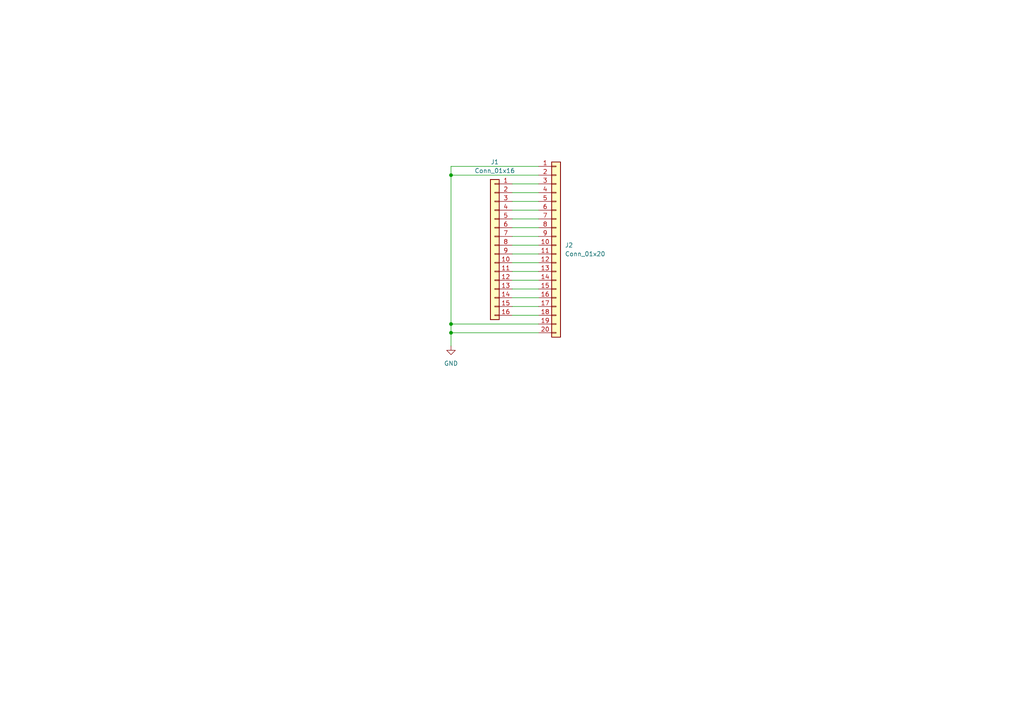
<source format=kicad_sch>
(kicad_sch (version 20211123) (generator eeschema)
  (paper "A4")
  (lib_symbols
    (symbol "Connector_Generic:Conn_01x16" (pin_names (offset 1.016) hide)
      (property "Reference" "J" (at 0 20.32 0))
      (property "Value" "Conn_01x16" (at 0 -22.86 0))
      (symbol "Conn_01x16_1_1"
        (rectangle (start -1.27 -20.193) (end 0 -20.447) (stroke (width 0.1524)))
        (rectangle (start -1.27 -17.653) (end 0 -17.907) (stroke (width 0.1524)))
        (rectangle (start -1.27 -15.113) (end 0 -15.367) (stroke (width 0.1524)))
        (rectangle (start -1.27 -12.573) (end 0 -12.827) (stroke (width 0.1524)))
        (rectangle (start -1.27 -10.033) (end 0 -10.287) (stroke (width 0.1524)))
        (rectangle (start -1.27 -7.493) (end 0 -7.747) (stroke (width 0.1524)))
        (rectangle (start -1.27 -4.953) (end 0 -5.207) (stroke (width 0.1524)))
        (rectangle (start -1.27 -2.413) (end 0 -2.667) (stroke (width 0.1524)))
        (rectangle (start -1.27 0.127) (end 0 -0.127) (stroke (width 0.1524)))
        (rectangle (start -1.27 2.667) (end 0 2.413) (stroke (width 0.1524)))
        (rectangle (start -1.27 5.207) (end 0 4.953) (stroke (width 0.1524)))
        (rectangle (start -1.27 7.747) (end 0 7.493) (stroke (width 0.1524)))
        (rectangle (start -1.27 10.287) (end 0 10.033) (stroke (width 0.1524)))
        (rectangle (start -1.27 12.827) (end 0 12.573) (stroke (width 0.1524)))
        (rectangle (start -1.27 15.367) (end 0 15.113) (stroke (width 0.1524)))
        (rectangle (start -1.27 17.907) (end 0 17.653) (stroke (width 0.1524)))
        (rectangle (start -1.27 19.05) (end 1.27 -21.59) (stroke (width 0.254)) (fill (type background)))
        (pin passive line (at -5.08 17.78 0) (length 3.81) (name "Pin_1") (number "1"))
        (pin passive line (at -5.08 -5.08 0) (length 3.81) (name "Pin_10") (number "10"))
        (pin passive line (at -5.08 -7.62 0) (length 3.81) (name "Pin_11") (number "11"))
        (pin passive line (at -5.08 -10.16 0) (length 3.81) (name "Pin_12") (number "12"))
        (pin passive line (at -5.08 -12.7 0) (length 3.81) (name "Pin_13") (number "13"))
        (pin passive line (at -5.08 -15.24 0) (length 3.81) (name "Pin_14") (number "14"))
        (pin passive line (at -5.08 -17.78 0) (length 3.81) (name "Pin_15") (number "15"))
        (pin passive line (at -5.08 -20.32 0) (length 3.81) (name "Pin_16") (number "16"))
        (pin passive line (at -5.08 15.24 0) (length 3.81) (name "Pin_2") (number "2"))
        (pin passive line (at -5.08 12.7 0) (length 3.81) (name "Pin_3") (number "3"))
        (pin passive line (at -5.08 10.16 0) (length 3.81) (name "Pin_4") (number "4"))
        (pin passive line (at -5.08 7.62 0) (length 3.81) (name "Pin_5") (number "5"))
        (pin passive line (at -5.08 5.08 0) (length 3.81) (name "Pin_6") (number "6"))
        (pin passive line (at -5.08 2.54 0) (length 3.81) (name "Pin_7") (number "7"))
        (pin passive line (at -5.08 0 0) (length 3.81) (name "Pin_8") (number "8"))
        (pin passive line (at -5.08 -2.54 0) (length 3.81) (name "Pin_9") (number "9"))
      )
    )
    (symbol "Connector_Generic:Conn_01x20" (pin_names (offset 1.016) hide)
      (property "Reference" "J" (at 0 25.4 0))
      (property "Value" "Conn_01x20" (at 0 -27.94 0))
      (symbol "Conn_01x20_1_1"
        (rectangle (start -1.27 -25.273) (end 0 -25.527) (stroke (width 0.1524)))
        (rectangle (start -1.27 -22.733) (end 0 -22.987) (stroke (width 0.1524)))
        (rectangle (start -1.27 -20.193) (end 0 -20.447) (stroke (width 0.1524)))
        (rectangle (start -1.27 -17.653) (end 0 -17.907) (stroke (width 0.1524)))
        (rectangle (start -1.27 -15.113) (end 0 -15.367) (stroke (width 0.1524)))
        (rectangle (start -1.27 -12.573) (end 0 -12.827) (stroke (width 0.1524)))
        (rectangle (start -1.27 -10.033) (end 0 -10.287) (stroke (width 0.1524)))
        (rectangle (start -1.27 -7.493) (end 0 -7.747) (stroke (width 0.1524)))
        (rectangle (start -1.27 -4.953) (end 0 -5.207) (stroke (width 0.1524)))
        (rectangle (start -1.27 -2.413) (end 0 -2.667) (stroke (width 0.1524)))
        (rectangle (start -1.27 0.127) (end 0 -0.127) (stroke (width 0.1524)))
        (rectangle (start -1.27 2.667) (end 0 2.413) (stroke (width 0.1524)))
        (rectangle (start -1.27 5.207) (end 0 4.953) (stroke (width 0.1524)))
        (rectangle (start -1.27 7.747) (end 0 7.493) (stroke (width 0.1524)))
        (rectangle (start -1.27 10.287) (end 0 10.033) (stroke (width 0.1524)))
        (rectangle (start -1.27 12.827) (end 0 12.573) (stroke (width 0.1524)))
        (rectangle (start -1.27 15.367) (end 0 15.113) (stroke (width 0.1524)))
        (rectangle (start -1.27 17.907) (end 0 17.653) (stroke (width 0.1524)))
        (rectangle (start -1.27 20.447) (end 0 20.193) (stroke (width 0.1524)))
        (rectangle (start -1.27 22.987) (end 0 22.733) (stroke (width 0.1524)))
        (rectangle (start -1.27 24.13) (end 1.27 -26.67) (stroke (width 0.254)) (fill (type background)))
        (pin passive line (at -5.08 22.86 0) (length 3.81) (name "Pin_1") (number "1"))
        (pin passive line (at -5.08 0 0) (length 3.81) (name "Pin_10") (number "10"))
        (pin passive line (at -5.08 -2.54 0) (length 3.81) (name "Pin_11") (number "11"))
        (pin passive line (at -5.08 -5.08 0) (length 3.81) (name "Pin_12") (number "12"))
        (pin passive line (at -5.08 -7.62 0) (length 3.81) (name "Pin_13") (number "13"))
        (pin passive line (at -5.08 -10.16 0) (length 3.81) (name "Pin_14") (number "14"))
        (pin passive line (at -5.08 -12.7 0) (length 3.81) (name "Pin_15") (number "15"))
        (pin passive line (at -5.08 -15.24 0) (length 3.81) (name "Pin_16") (number "16"))
        (pin passive line (at -5.08 -17.78 0) (length 3.81) (name "Pin_17") (number "17"))
        (pin passive line (at -5.08 -20.32 0) (length 3.81) (name "Pin_18") (number "18"))
        (pin passive line (at -5.08 -22.86 0) (length 3.81) (name "Pin_19") (number "19"))
        (pin passive line (at -5.08 20.32 0) (length 3.81) (name "Pin_2") (number "2"))
        (pin passive line (at -5.08 -25.4 0) (length 3.81) (name "Pin_20") (number "20"))
        (pin passive line (at -5.08 17.78 0) (length 3.81) (name "Pin_3") (number "3"))
        (pin passive line (at -5.08 15.24 0) (length 3.81) (name "Pin_4") (number "4"))
        (pin passive line (at -5.08 12.7 0) (length 3.81) (name "Pin_5") (number "5"))
        (pin passive line (at -5.08 10.16 0) (length 3.81) (name "Pin_6") (number "6"))
        (pin passive line (at -5.08 7.62 0) (length 3.81) (name "Pin_7") (number "7"))
        (pin passive line (at -5.08 5.08 0) (length 3.81) (name "Pin_8") (number "8"))
        (pin passive line (at -5.08 2.54 0) (length 3.81) (name "Pin_9") (number "9"))
      )
    )
    (symbol "power:GND" (power) (pin_names (offset 0))
      (property "Value" "GND" (at 0 -3.81 0))
      (symbol "GND_0_1"
        (polyline (pts (xy 0 0) (xy 0 -1.27) (xy 1.27 -1.27) (xy 0 -2.54) (xy -1.27 -1.27) (xy 0 -1.27)))
      )
      (symbol "GND_1_1"
        (pin power_in line (at 0 0 270) (length 0) hide (name "GND") (number "1"))
      )
    )
  )
  (junction (at 130.81 50.8))
  (junction (at 130.81 93.98))
  (junction (at 130.81 96.52))
  (wire (pts (xy 148.59 88.9) (xy 156.21 88.9)))
  (wire (pts (xy 148.59 91.44) (xy 156.21 91.44)))
  (wire (pts (xy 130.81 96.52) (xy 130.81 100.33)))
  (wire (pts (xy 148.59 86.36) (xy 156.21 86.36)))
  (wire (pts (xy 148.59 63.5) (xy 156.21 63.5)))
  (wire (pts (xy 148.59 73.66) (xy 156.21 73.66)))
  (wire (pts (xy 130.81 50.8) (xy 130.81 48.26)))
  (wire (pts (xy 148.59 76.2) (xy 156.21 76.2)))
  (wire (pts (xy 148.59 81.28) (xy 156.21 81.28)))
  (wire (pts (xy 148.59 55.88) (xy 156.21 55.88)))
  (wire (pts (xy 148.59 58.42) (xy 156.21 58.42)))
  (wire (pts (xy 148.59 71.12) (xy 156.21 71.12)))
  (wire (pts (xy 130.81 48.26) (xy 156.21 48.26)))
  (wire (pts (xy 130.81 93.98) (xy 156.21 93.98)))
  (wire (pts (xy 148.59 68.58) (xy 156.21 68.58)))
  (wire (pts (xy 156.21 96.52) (xy 130.81 96.52)))
  (wire (pts (xy 148.59 78.74) (xy 156.21 78.74)))
  (wire (pts (xy 148.59 60.96) (xy 156.21 60.96)))
  (wire (pts (xy 148.59 66.04) (xy 156.21 66.04)))
  (wire (pts (xy 130.81 93.98) (xy 130.81 50.8)))
  (wire (pts (xy 130.81 96.52) (xy 130.81 93.98)))
  (wire (pts (xy 148.59 53.34) (xy 156.21 53.34)))
  (wire (pts (xy 148.59 83.82) (xy 156.21 83.82)))
  (wire (pts (xy 130.81 50.8) (xy 156.21 50.8)))
  (symbol (lib_id "Connector_Generic:Conn_01x16") (at 143.51 71.12 0) (mirror y) (unit 1)
    (property "Reference" "J1" (at 143.51 46.99 0))
    (property "Value" "Conn_01x16" (at 143.51 49.53 0))
    (property "Footprint" "Connector_PinHeader_2.54mm:PinHeader_2x08_P2.54mm_Vertical" (effects hide))
  )
  (symbol (lib_id "Connector_Generic:Conn_01x20") (at 161.29 71.12 0) (unit 1)
    (property "Reference" "J2" (at 163.83 71.1199 0) (effects (justify left)))
    (property "Value" "Conn_01x20" (at 163.83 73.6599 0) (effects (justify left)))
    (property "Footprint" "Connector_PinSocket_2.54mm:PinSocket_2x10_P2.54mm_Vertical_SMD" (effects hide))
  )
  (symbol (lib_id "power:GND") (at 130.81 100.33 0) (unit 1)
    (property "Reference" "#PWR0101" (effects hide))
    (property "Value" "GND" (at 130.81 105.41 0))
  )
)
</source>
